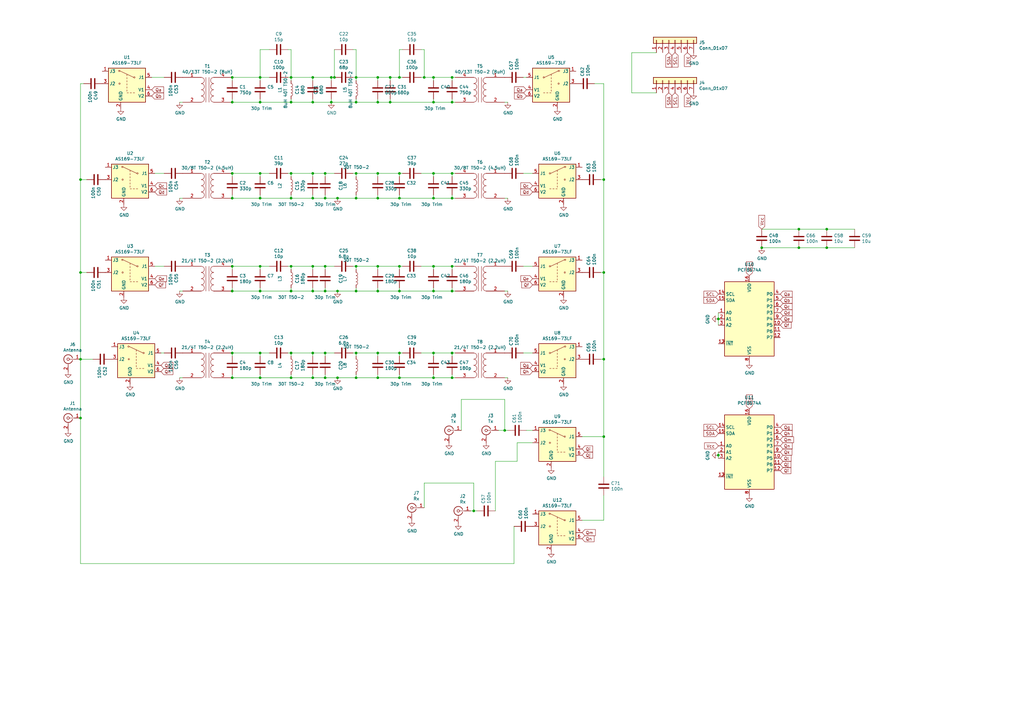
<source format=kicad_sch>
(kicad_sch (version 20211123) (generator eeschema)
  (paper "A3")
  (junction (at 154.94 154.94))
  (junction (at 312.42 101.6))
  (junction (at 138.43 81.28))
  (junction (at 154.94 71.12))
  (junction (at 146.05 31.75))
  (junction (at 154.94 119.38))
  (junction (at 207.01 176.53))
  (junction (at 133.35 71.12))
  (junction (at 177.8 71.12))
  (junction (at 119.38 71.12))
  (junction (at 119.38 41.91))
  (junction (at 133.35 119.38))
  (junction (at 106.68 154.94))
  (junction (at 173.99 31.75))
  (junction (at 154.94 144.78))
  (junction (at 128.27 31.75))
  (junction (at 106.68 81.28))
  (junction (at 128.27 81.28))
  (junction (at 294.64 186.69))
  (junction (at 106.68 41.91))
  (junction (at 33.02 111.76))
  (junction (at 154.94 31.75))
  (junction (at 95.25 109.22))
  (junction (at 163.83 154.94))
  (junction (at 95.25 119.38))
  (junction (at 163.83 71.12))
  (junction (at 128.27 41.91))
  (junction (at 146.05 144.78))
  (junction (at 177.8 31.75))
  (junction (at 95.25 41.91))
  (junction (at 133.35 144.78))
  (junction (at 33.02 73.66))
  (junction (at 146.05 109.22))
  (junction (at 185.42 144.78))
  (junction (at 128.27 154.94))
  (junction (at 106.68 144.78))
  (junction (at 106.68 71.12))
  (junction (at 327.66 93.98))
  (junction (at 119.38 109.22))
  (junction (at 154.94 81.28))
  (junction (at 177.8 144.78))
  (junction (at 119.38 31.75))
  (junction (at 95.25 144.78))
  (junction (at 128.27 109.22))
  (junction (at 119.38 144.78))
  (junction (at 339.09 101.6))
  (junction (at 194.31 209.55))
  (junction (at 163.83 109.22))
  (junction (at 154.94 41.91))
  (junction (at 33.02 171.45))
  (junction (at 177.8 81.28))
  (junction (at 146.05 81.28))
  (junction (at 146.05 41.91))
  (junction (at 177.8 154.94))
  (junction (at 106.68 119.38))
  (junction (at 185.42 119.38))
  (junction (at 95.25 81.28))
  (junction (at 128.27 71.12))
  (junction (at 163.83 31.75))
  (junction (at 138.43 119.38))
  (junction (at 95.25 71.12))
  (junction (at 128.27 144.78))
  (junction (at 339.09 93.98))
  (junction (at 146.05 154.94))
  (junction (at 133.35 109.22))
  (junction (at 247.65 147.32))
  (junction (at 185.42 154.94))
  (junction (at 247.65 179.07))
  (junction (at 177.8 119.38))
  (junction (at 106.68 109.22))
  (junction (at 128.27 119.38))
  (junction (at 185.42 81.28))
  (junction (at 247.65 73.66))
  (junction (at 106.68 31.75))
  (junction (at 185.42 41.91))
  (junction (at 247.65 111.76))
  (junction (at 119.38 81.28))
  (junction (at 177.8 109.22))
  (junction (at 135.89 31.75))
  (junction (at 160.02 41.91))
  (junction (at 137.16 31.75))
  (junction (at 133.35 154.94))
  (junction (at 95.25 31.75))
  (junction (at 135.89 41.91))
  (junction (at 163.83 119.38))
  (junction (at 160.02 31.75))
  (junction (at 95.25 154.94))
  (junction (at 185.42 71.12))
  (junction (at 146.05 71.12))
  (junction (at 177.8 41.91))
  (junction (at 119.38 119.38))
  (junction (at 138.43 154.94))
  (junction (at 146.05 119.38))
  (junction (at 119.38 154.94))
  (junction (at 154.94 109.22))
  (junction (at 185.42 31.75))
  (junction (at 33.02 147.32))
  (junction (at 163.83 144.78))
  (junction (at 133.35 81.28))
  (junction (at 163.83 81.28))
  (junction (at 294.64 130.81))
  (junction (at 327.66 101.6))
  (junction (at 185.42 109.22))
  (wire (pts (xy 133.35 81.28) (xy 133.35 80.01)))
  (wire (pts (xy 146.05 31.75) (xy 146.05 33.02)))
  (wire (pts (xy 154.94 144.78) (xy 163.83 144.78)))
  (wire (pts (xy 146.05 109.22) (xy 154.94 109.22)))
  (wire (pts (xy 128.27 144.78) (xy 128.27 146.05)))
  (wire (pts (xy 154.94 41.91) (xy 154.94 40.64)))
  (wire (pts (xy 119.38 71.12) (xy 128.27 71.12)))
  (wire (pts (xy 294.64 130.81) (xy 294.64 133.35)))
  (wire (pts (xy 137.16 71.12) (xy 133.35 71.12)))
  (wire (pts (xy 172.72 71.12) (xy 177.8 71.12)))
  (wire (pts (xy 137.16 109.22) (xy 133.35 109.22)))
  (wire (pts (xy 163.83 119.38) (xy 177.8 119.38)))
  (wire (pts (xy 35.56 111.76) (xy 33.02 111.76)))
  (wire (pts (xy 33.02 147.32) (xy 33.02 171.45)))
  (wire (pts (xy 177.8 31.75) (xy 185.42 31.75)))
  (wire (pts (xy 119.38 20.32) (xy 119.38 31.75)))
  (wire (pts (xy 165.1 144.78) (xy 163.83 144.78)))
  (wire (pts (xy 173.99 208.28) (xy 173.99 198.12)))
  (wire (pts (xy 160.02 33.02) (xy 160.02 31.75)))
  (wire (pts (xy 207.01 163.83) (xy 207.01 176.53)))
  (wire (pts (xy 128.27 31.75) (xy 128.27 33.02)))
  (wire (pts (xy 247.65 213.36) (xy 238.76 213.36)))
  (wire (pts (xy 138.43 154.94) (xy 146.05 154.94)))
  (wire (pts (xy 154.94 119.38) (xy 163.83 119.38)))
  (wire (pts (xy 33.02 231.14) (xy 33.02 171.45)))
  (wire (pts (xy 177.8 109.22) (xy 185.42 109.22)))
  (wire (pts (xy 67.31 31.75) (xy 62.23 31.75)))
  (wire (pts (xy 106.68 31.75) (xy 110.49 31.75)))
  (wire (pts (xy 106.68 154.94) (xy 106.68 153.67)))
  (wire (pts (xy 128.27 119.38) (xy 128.27 118.11)))
  (wire (pts (xy 207.01 119.38) (xy 208.28 119.38)))
  (wire (pts (xy 185.42 109.22) (xy 186.69 109.22)))
  (wire (pts (xy 119.38 119.38) (xy 119.38 118.11)))
  (wire (pts (xy 163.83 144.78) (xy 163.83 146.05)))
  (wire (pts (xy 189.23 176.53) (xy 189.23 163.83)))
  (wire (pts (xy 95.25 81.28) (xy 106.68 81.28)))
  (wire (pts (xy 163.83 119.38) (xy 163.83 118.11)))
  (wire (pts (xy 146.05 154.94) (xy 154.94 154.94)))
  (wire (pts (xy 173.99 20.32) (xy 172.72 20.32)))
  (wire (pts (xy 247.65 34.29) (xy 247.65 73.66)))
  (wire (pts (xy 146.05 81.28) (xy 154.94 81.28)))
  (wire (pts (xy 163.83 154.94) (xy 163.83 153.67)))
  (wire (pts (xy 106.68 31.75) (xy 106.68 33.02)))
  (wire (pts (xy 165.1 31.75) (xy 163.83 31.75)))
  (wire (pts (xy 95.25 146.05) (xy 95.25 144.78)))
  (wire (pts (xy 146.05 20.32) (xy 146.05 31.75)))
  (wire (pts (xy 177.8 81.28) (xy 177.8 80.01)))
  (wire (pts (xy 128.27 71.12) (xy 133.35 71.12)))
  (wire (pts (xy 146.05 109.22) (xy 146.05 110.49)))
  (wire (pts (xy 163.83 20.32) (xy 163.83 31.75)))
  (wire (pts (xy 194.31 209.55) (xy 195.58 209.55)))
  (wire (pts (xy 210.82 215.9) (xy 210.82 231.14)))
  (wire (pts (xy 133.35 144.78) (xy 133.35 146.05)))
  (wire (pts (xy 95.25 33.02) (xy 95.25 31.75)))
  (wire (pts (xy 247.65 203.2) (xy 247.65 213.36)))
  (wire (pts (xy 214.63 71.12) (xy 218.44 71.12)))
  (wire (pts (xy 154.94 41.91) (xy 160.02 41.91)))
  (wire (pts (xy 154.94 31.75) (xy 154.94 33.02)))
  (wire (pts (xy 160.02 40.64) (xy 160.02 41.91)))
  (wire (pts (xy 95.25 154.94) (xy 95.25 153.67)))
  (wire (pts (xy 128.27 31.75) (xy 135.89 31.75)))
  (wire (pts (xy 269.24 21.59) (xy 259.08 21.59)))
  (wire (pts (xy 118.11 109.22) (xy 119.38 109.22)))
  (wire (pts (xy 214.63 31.75) (xy 215.9 31.75)))
  (wire (pts (xy 165.1 71.12) (xy 163.83 71.12)))
  (wire (pts (xy 173.99 31.75) (xy 177.8 31.75)))
  (wire (pts (xy 203.2 209.55) (xy 203.2 189.23)))
  (wire (pts (xy 154.94 71.12) (xy 163.83 71.12)))
  (wire (pts (xy 73.66 119.38) (xy 74.93 119.38)))
  (wire (pts (xy 185.42 41.91) (xy 185.42 40.64)))
  (wire (pts (xy 73.66 41.91) (xy 74.93 41.91)))
  (wire (pts (xy 118.11 31.75) (xy 119.38 31.75)))
  (wire (pts (xy 294.64 128.27) (xy 294.64 130.81)))
  (wire (pts (xy 106.68 71.12) (xy 106.68 72.39)))
  (wire (pts (xy 185.42 109.22) (xy 185.42 110.49)))
  (wire (pts (xy 207.01 41.91) (xy 208.28 41.91)))
  (wire (pts (xy 118.11 144.78) (xy 119.38 144.78)))
  (wire (pts (xy 339.09 101.6) (xy 350.52 101.6)))
  (wire (pts (xy 154.94 119.38) (xy 154.94 118.11)))
  (wire (pts (xy 106.68 41.91) (xy 106.68 40.64)))
  (wire (pts (xy 119.38 109.22) (xy 128.27 109.22)))
  (wire (pts (xy 119.38 154.94) (xy 128.27 154.94)))
  (wire (pts (xy 95.25 119.38) (xy 95.25 118.11)))
  (wire (pts (xy 144.78 144.78) (xy 146.05 144.78)))
  (wire (pts (xy 185.42 154.94) (xy 185.42 153.67)))
  (wire (pts (xy 177.8 71.12) (xy 177.8 72.39)))
  (wire (pts (xy 146.05 71.12) (xy 146.05 72.39)))
  (wire (pts (xy 173.99 20.32) (xy 173.99 31.75)))
  (wire (pts (xy 294.64 185.42) (xy 294.64 186.69)))
  (wire (pts (xy 38.1 147.32) (xy 33.02 147.32)))
  (wire (pts (xy 119.38 41.91) (xy 119.38 40.64)))
  (wire (pts (xy 133.35 119.38) (xy 138.43 119.38)))
  (wire (pts (xy 163.83 154.94) (xy 177.8 154.94)))
  (wire (pts (xy 106.68 154.94) (xy 119.38 154.94)))
  (wire (pts (xy 133.35 154.94) (xy 138.43 154.94)))
  (wire (pts (xy 144.78 20.32) (xy 146.05 20.32)))
  (wire (pts (xy 154.94 31.75) (xy 160.02 31.75)))
  (wire (pts (xy 128.27 154.94) (xy 133.35 154.94)))
  (wire (pts (xy 133.35 71.12) (xy 133.35 72.39)))
  (wire (pts (xy 119.38 33.02) (xy 119.38 31.75)))
  (wire (pts (xy 95.25 81.28) (xy 95.25 80.01)))
  (wire (pts (xy 327.66 93.98) (xy 339.09 93.98)))
  (wire (pts (xy 119.38 110.49) (xy 119.38 109.22)))
  (wire (pts (xy 128.27 41.91) (xy 135.89 41.91)))
  (wire (pts (xy 119.38 20.32) (xy 118.11 20.32)))
  (wire (pts (xy 138.43 81.28) (xy 146.05 81.28)))
  (wire (pts (xy 128.27 71.12) (xy 128.27 72.39)))
  (wire (pts (xy 212.09 181.61) (xy 212.09 189.23)))
  (wire (pts (xy 95.25 41.91) (xy 95.25 40.64)))
  (wire (pts (xy 185.42 119.38) (xy 185.42 118.11)))
  (wire (pts (xy 160.02 41.91) (xy 177.8 41.91)))
  (wire (pts (xy 218.44 181.61) (xy 212.09 181.61)))
  (wire (pts (xy 163.83 81.28) (xy 163.83 80.01)))
  (wire (pts (xy 106.68 81.28) (xy 119.38 81.28)))
  (wire (pts (xy 146.05 153.67) (xy 146.05 154.94)))
  (wire (pts (xy 33.02 34.29) (xy 34.29 34.29)))
  (wire (pts (xy 154.94 109.22) (xy 163.83 109.22)))
  (wire (pts (xy 177.8 154.94) (xy 185.42 154.94)))
  (wire (pts (xy 177.8 41.91) (xy 177.8 40.64)))
  (wire (pts (xy 177.8 41.91) (xy 185.42 41.91)))
  (wire (pts (xy 106.68 71.12) (xy 110.49 71.12)))
  (wire (pts (xy 154.94 144.78) (xy 154.94 146.05)))
  (wire (pts (xy 177.8 81.28) (xy 185.42 81.28)))
  (wire (pts (xy 106.68 119.38) (xy 106.68 118.11)))
  (wire (pts (xy 95.25 144.78) (xy 106.68 144.78)))
  (wire (pts (xy 119.38 72.39) (xy 119.38 71.12)))
  (wire (pts (xy 193.04 209.55) (xy 194.31 209.55)))
  (wire (pts (xy 172.72 109.22) (xy 177.8 109.22)))
  (wire (pts (xy 327.66 101.6) (xy 312.42 101.6)))
  (wire (pts (xy 146.05 118.11) (xy 146.05 119.38)))
  (wire (pts (xy 135.89 40.64) (xy 135.89 41.91)))
  (wire (pts (xy 95.25 110.49) (xy 95.25 109.22)))
  (wire (pts (xy 154.94 109.22) (xy 154.94 110.49)))
  (wire (pts (xy 95.25 41.91) (xy 106.68 41.91)))
  (wire (pts (xy 185.42 144.78) (xy 186.69 144.78)))
  (wire (pts (xy 185.42 31.75) (xy 185.42 33.02)))
  (wire (pts (xy 138.43 119.38) (xy 146.05 119.38)))
  (wire (pts (xy 144.78 109.22) (xy 146.05 109.22)))
  (wire (pts (xy 259.08 21.59) (xy 259.08 38.1)))
  (wire (pts (xy 119.38 41.91) (xy 128.27 41.91)))
  (wire (pts (xy 185.42 154.94) (xy 186.69 154.94)))
  (wire (pts (xy 119.38 81.28) (xy 128.27 81.28)))
  (wire (pts (xy 294.64 186.69) (xy 294.64 187.96)))
  (wire (pts (xy 146.05 144.78) (xy 154.94 144.78)))
  (wire (pts (xy 128.27 109.22) (xy 133.35 109.22)))
  (wire (pts (xy 215.9 176.53) (xy 218.44 176.53)))
  (wire (pts (xy 33.02 111.76) (xy 33.02 147.32)))
  (wire (pts (xy 154.94 81.28) (xy 163.83 81.28)))
  (wire (pts (xy 119.38 154.94) (xy 119.38 153.67)))
  (wire (pts (xy 177.8 71.12) (xy 185.42 71.12)))
  (wire (pts (xy 133.35 154.94) (xy 133.35 153.67)))
  (wire (pts (xy 163.83 109.22) (xy 163.83 110.49)))
  (wire (pts (xy 177.8 144.78) (xy 177.8 146.05)))
  (wire (pts (xy 33.02 34.29) (xy 33.02 73.66)))
  (wire (pts (xy 33.02 231.14) (xy 210.82 231.14)))
  (wire (pts (xy 154.94 71.12) (xy 154.94 72.39)))
  (wire (pts (xy 144.78 31.75) (xy 146.05 31.75)))
  (wire (pts (xy 119.38 119.38) (xy 128.27 119.38)))
  (wire (pts (xy 177.8 31.75) (xy 177.8 33.02)))
  (wire (pts (xy 118.11 71.12) (xy 119.38 71.12)))
  (wire (pts (xy 207.01 154.94) (xy 208.28 154.94)))
  (wire (pts (xy 185.42 81.28) (xy 186.69 81.28)))
  (wire (pts (xy 106.68 109.22) (xy 110.49 109.22)))
  (wire (pts (xy 73.66 154.94) (xy 74.93 154.94)))
  (wire (pts (xy 106.68 144.78) (xy 110.49 144.78)))
  (wire (pts (xy 133.35 81.28) (xy 138.43 81.28)))
  (wire (pts (xy 243.84 34.29) (xy 247.65 34.29)))
  (wire (pts (xy 128.27 81.28) (xy 128.27 80.01)))
  (wire (pts (xy 154.94 154.94) (xy 163.83 154.94)))
  (wire (pts (xy 73.66 81.28) (xy 74.93 81.28)))
  (wire (pts (xy 106.68 20.32) (xy 106.68 31.75)))
  (wire (pts (xy 67.31 144.78) (xy 66.04 144.78)))
  (wire (pts (xy 327.66 101.6) (xy 339.09 101.6)))
  (wire (pts (xy 165.1 109.22) (xy 163.83 109.22)))
  (wire (pts (xy 207.01 81.28) (xy 208.28 81.28)))
  (wire (pts (xy 146.05 41.91) (xy 154.94 41.91)))
  (wire (pts (xy 185.42 144.78) (xy 185.42 146.05)))
  (wire (pts (xy 133.35 109.22) (xy 133.35 110.49)))
  (wire (pts (xy 247.65 111.76) (xy 247.65 147.32)))
  (wire (pts (xy 214.63 144.78) (xy 218.44 144.78)))
  (wire (pts (xy 177.8 144.78) (xy 185.42 144.78)))
  (wire (pts (xy 185.42 31.75) (xy 186.69 31.75)))
  (wire (pts (xy 95.25 119.38) (xy 106.68 119.38)))
  (wire (pts (xy 259.08 38.1) (xy 269.24 38.1)))
  (wire (pts (xy 144.78 71.12) (xy 146.05 71.12)))
  (wire (pts (xy 172.72 31.75) (xy 173.99 31.75)))
  (wire (pts (xy 119.38 144.78) (xy 128.27 144.78)))
  (wire (pts (xy 67.31 109.22) (xy 63.5 109.22)))
  (wire (pts (xy 214.63 109.22) (xy 218.44 109.22)))
  (wire (pts (xy 163.83 81.28) (xy 177.8 81.28)))
  (wire (pts (xy 339.09 93.98) (xy 350.52 93.98)))
  (wire (pts (xy 119.38 31.75) (xy 128.27 31.75)))
  (wire (pts (xy 106.68 20.32) (xy 110.49 20.32)))
  (wire (pts (xy 119.38 146.05) (xy 119.38 144.78)))
  (wire (pts (xy 119.38 81.28) (xy 119.38 80.01)))
  (wire (pts (xy 208.28 176.53) (xy 207.01 176.53)))
  (wire (pts (xy 135.89 41.91) (xy 146.05 41.91)))
  (wire (pts (xy 106.68 41.91) (xy 119.38 41.91)))
  (wire (pts (xy 172.72 144.78) (xy 177.8 144.78)))
  (wire (pts (xy 128.27 154.94) (xy 128.27 153.67)))
  (wire (pts (xy 177.8 119.38) (xy 185.42 119.38)))
  (wire (pts (xy 146.05 80.01) (xy 146.05 81.28)))
  (wire (pts (xy 128.27 109.22) (xy 128.27 110.49)))
  (wire (pts (xy 177.8 154.94) (xy 177.8 153.67)))
  (wire (pts (xy 163.83 71.12) (xy 163.83 72.39)))
  (wire (pts (xy 128.27 41.91) (xy 128.27 40.64)))
  (wire (pts (xy 128.27 144.78) (xy 133.35 144.78)))
  (wire (pts (xy 135.89 31.75) (xy 135.89 33.02)))
  (wire (pts (xy 203.2 189.23) (xy 212.09 189.23)))
  (wire (pts (xy 185.42 119.38) (xy 186.69 119.38)))
  (wire (pts (xy 177.8 119.38) (xy 177.8 118.11)))
  (wire (pts (xy 95.25 72.39) (xy 95.25 71.12)))
  (wire (pts (xy 137.16 20.32) (xy 137.16 31.75)))
  (wire (pts (xy 95.25 31.75) (xy 106.68 31.75)))
  (wire (pts (xy 146.05 40.64) (xy 146.05 41.91)))
  (wire (pts (xy 95.25 71.12) (xy 106.68 71.12)))
  (wire (pts (xy 185.42 41.91) (xy 186.69 41.91)))
  (wire (pts (xy 137.16 144.78) (xy 133.35 144.78)))
  (wire (pts (xy 247.65 147.32) (xy 247.65 179.07)))
  (wire (pts (xy 246.38 147.32) (xy 247.65 147.32)))
  (wire (pts (xy 35.56 73.66) (xy 33.02 73.66)))
  (wire (pts (xy 247.65 73.66) (xy 247.65 111.76)))
  (wire (pts (xy 185.42 71.12) (xy 186.69 71.12)))
  (wire (pts (xy 106.68 119.38) (xy 119.38 119.38)))
  (wire (pts (xy 185.42 71.12) (xy 185.42 72.39)))
  (wire (pts (xy 128.27 81.28) (xy 133.35 81.28)))
  (wire (pts (xy 128.27 119.38) (xy 133.35 119.38)))
  (wire (pts (xy 146.05 71.12) (xy 154.94 71.12)))
  (wire (pts (xy 146.05 119.38) (xy 154.94 119.38)))
  (wire (pts (xy 106.68 144.78) (xy 106.68 146.05)))
  (wire (pts (xy 185.42 81.28) (xy 185.42 80.01)))
  (wire (pts (xy 154.94 81.28) (xy 154.94 80.01)))
  (wire (pts (xy 327.66 93.98) (xy 312.42 93.98)))
  (wire (pts (xy 194.31 198.12) (xy 194.31 209.55)))
  (wire (pts (xy 246.38 73.66) (xy 247.65 73.66)))
  (wire (pts (xy 177.8 109.22) (xy 177.8 110.49)))
  (wire (pts (xy 246.38 111.76) (xy 247.65 111.76)))
  (wire (pts (xy 247.65 179.07) (xy 247.65 195.58)))
  (wire (pts (xy 106.68 81.28) (xy 106.68 80.01)))
  (wire (pts (xy 106.68 109.22) (xy 106.68 110.49)))
  (wire (pts (xy 146.05 144.78) (xy 146.05 146.05)))
  (wire (pts (xy 207.01 176.53) (xy 204.47 176.53)))
  (wire (pts (xy 247.65 179.07) (xy 238.76 179.07)))
  (wire (pts (xy 173.99 198.12) (xy 194.31 198.12)))
  (wire (pts (xy 67.31 71.12) (xy 63.5 71.12)))
  (wire (pts (xy 135.89 31.75) (xy 137.16 31.75)))
  (wire (pts (xy 160.02 31.75) (xy 163.83 31.75)))
  (wire (pts (xy 154.94 154.94) (xy 154.94 153.67)))
  (wire (pts (xy 95.25 109.22) (xy 106.68 109.22)))
  (wire (pts (xy 133.35 119.38) (xy 133.35 118.11)))
  (wire (pts (xy 33.02 73.66) (xy 33.02 111.76)))
  (wire (pts (xy 189.23 163.83) (xy 207.01 163.83)))
  (wire (pts (xy 95.25 154.94) (xy 106.68 154.94)))
  (wire (pts (xy 146.05 31.75) (xy 154.94 31.75)))
  (wire (pts (xy 163.83 20.32) (xy 165.1 20.32)))
  (global_label "Qf" (shape input) (at 320.04 133.35 0) (property "Intersheet References" "${INTERSHEET_REFS}" (effects hide)))
  (global_label "SDA" (shape input) (at 274.32 38.1 270) (property "Intersheet References" "${INTERSHEET_REFS}" (effects hide)))
  (global_label "Qe" (shape input) (at 320.04 130.81 0) (property "Intersheet References" "${INTERSHEET_REFS}" (effects hide)))
  (global_label "Qb" (shape input) (at 62.23 39.37 0) (property "Intersheet References" "${INTERSHEET_REFS}" (effects hide)))
  (global_label "Qe" (shape input) (at 218.44 114.3 180) (property "Intersheet References" "${INTERSHEET_REFS}" (effects hide)))
  (global_label "Qc" (shape input) (at 63.5 76.2 0) (property "Intersheet References" "${INTERSHEET_REFS}" (effects hide)))
  (global_label "SDA" (shape input) (at 274.32 21.59 270) (property "Intersheet References" "${INTERSHEET_REFS}" (effects hide)))
  (global_label "Qd" (shape input) (at 218.44 78.74 180) (property "Intersheet References" "${INTERSHEET_REFS}" (effects hide)))
  (global_label "Qf" (shape input) (at 218.44 116.84 180) (property "Intersheet References" "${INTERSHEET_REFS}" (effects hide)))
  (global_label "Vcc" (shape input) (at 294.64 182.88 180) (property "Intersheet References" "${INTERSHEET_REFS}" (effects hide)))
  (global_label "Qa" (shape input) (at 215.9 36.83 180) (property "Intersheet References" "${INTERSHEET_REFS}" (effects hide)))
  (global_label "Qi" (shape input) (at 238.76 184.15 0) (property "Intersheet References" "${INTERSHEET_REFS}" (effects hide)))
  (global_label "Qk" (shape input) (at 320.04 185.42 0) (property "Intersheet References" "${INTERSHEET_REFS}" (effects hide)))
  (global_label "Qd" (shape input) (at 320.04 128.27 0) (property "Intersheet References" "${INTERSHEET_REFS}" (effects hide)))
  (global_label "SDA" (shape input) (at 294.64 123.19 180) (property "Intersheet References" "${INTERSHEET_REFS}" (effects hide)))
  (global_label "Qm" (shape input) (at 320.04 180.34 0) (property "Intersheet References" "${INTERSHEET_REFS}" (effects hide)))
  (global_label "Qh" (shape input) (at 218.44 152.4 180) (property "Intersheet References" "${INTERSHEET_REFS}" (effects hide)))
  (global_label "Vcc" (shape input) (at 281.94 21.59 270) (property "Intersheet References" "${INTERSHEET_REFS}" (effects hide)))
  (global_label "Qg" (shape input) (at 66.04 149.86 0) (property "Intersheet References" "${INTERSHEET_REFS}" (effects hide)))
  (global_label "Qf" (shape input) (at 63.5 116.84 0) (property "Intersheet References" "${INTERSHEET_REFS}" (effects hide)))
  (global_label "SCL" (shape input) (at 276.86 38.1 270) (property "Intersheet References" "${INTERSHEET_REFS}" (effects hide)))
  (global_label "Vcc" (shape input) (at 307.34 167.64 90) (property "Intersheet References" "${INTERSHEET_REFS}" (effects hide)))
  (global_label "Qi" (shape input) (at 320.04 193.04 0) (property "Intersheet References" "${INTERSHEET_REFS}" (effects hide)))
  (global_label "SCL" (shape input) (at 276.86 21.59 270) (property "Intersheet References" "${INTERSHEET_REFS}" (effects hide)))
  (global_label "Qh" (shape input) (at 66.04 152.4 0) (property "Intersheet References" "${INTERSHEET_REFS}" (effects hide)))
  (global_label "Qa" (shape input) (at 320.04 120.65 0) (property "Intersheet References" "${INTERSHEET_REFS}" (effects hide)))
  (global_label "Vcc" (shape input) (at 281.94 38.1 270) (property "Intersheet References" "${INTERSHEET_REFS}" (effects hide)))
  (global_label "SCL" (shape input) (at 294.64 120.65 180) (property "Intersheet References" "${INTERSHEET_REFS}" (effects hide)))
  (global_label "Qa" (shape input) (at 62.23 36.83 0) (property "Intersheet References" "${INTERSHEET_REFS}" (effects hide)))
  (global_label "Qc" (shape input) (at 320.04 125.73 0) (property "Intersheet References" "${INTERSHEET_REFS}" (effects hide)))
  (global_label "SCL" (shape input) (at 294.64 175.26 180) (property "Intersheet References" "${INTERSHEET_REFS}" (effects hide)))
  (global_label "SDA" (shape input) (at 294.64 177.8 180) (property "Intersheet References" "${INTERSHEET_REFS}" (effects hide)))
  (global_label "Qe" (shape input) (at 63.5 114.3 0) (property "Intersheet References" "${INTERSHEET_REFS}" (effects hide)))
  (global_label "Qn" (shape input) (at 320.04 182.88 0) (property "Intersheet References" "${INTERSHEET_REFS}" (effects hide)))
  (global_label "Ql" (shape input) (at 320.04 187.96 0) (property "Intersheet References" "${INTERSHEET_REFS}" (effects hide)))
  (global_label "Vcc" (shape input) (at 307.34 113.03 90) (property "Intersheet References" "${INTERSHEET_REFS}" (effects hide)))
  (global_label "Vcc" (shape input) (at 312.42 93.98 90) (property "Intersheet References" "${INTERSHEET_REFS}" (effects hide)))
  (global_label "Qc" (shape input) (at 218.44 76.2 180) (property "Intersheet References" "${INTERSHEET_REFS}" (effects hide)))
  (global_label "Qg" (shape input) (at 320.04 175.26 0) (property "Intersheet References" "${INTERSHEET_REFS}" (effects hide)))
  (global_label "Qb" (shape input) (at 215.9 39.37 180) (property "Intersheet References" "${INTERSHEET_REFS}" (effects hide)))
  (global_label "Qj" (shape input) (at 320.04 190.5 0) (property "Intersheet References" "${INTERSHEET_REFS}" (effects hide)))
  (global_label "Qn" (shape input) (at 238.76 220.98 0) (property "Intersheet References" "${INTERSHEET_REFS}" (effects hide)))
  (global_label "Qh" (shape input) (at 320.04 177.8 0) (property "Intersheet References" "${INTERSHEET_REFS}" (effects hide)))
  (global_label "Qg" (shape input) (at 218.44 149.86 180) (property "Intersheet References" "${INTERSHEET_REFS}" (effects hide)))
  (global_label "Qd" (shape input) (at 63.5 78.74 0) (property "Intersheet References" "${INTERSHEET_REFS}" (effects hide)))
  (global_label "Qb" (shape input) (at 320.04 123.19 0) (property "Intersheet References" "${INTERSHEET_REFS}" (effects hide)))
  (global_label "Qj" (shape input) (at 238.76 186.69 0) (property "Intersheet References" "${INTERSHEET_REFS}" (effects hide)))
  (global_label "Qm" (shape input) (at 238.76 218.44 0) (property "Intersheet References" "${INTERSHEET_REFS}" (effects hide)))
  (symbol (lib_id "Device:C") (at 114.3 31.75 270) (unit 1)
    (property "Reference" "C10" (at 114.3 25.3492 90))
    (property "Value" "100p" (at 114.3 27.6606 90))
    (property "Footprint" "Capacitor_SMD:C_0805_2012Metric_Pad1.15x1.40mm_HandSolder" (effects hide))
  )
  (symbol (lib_id "Device:L") (at 119.38 36.83 0) (unit 1)
    (property "Reference" "L1" (at 114.7826 36.83 90))
    (property "Value" "8uH 40T T50-2" (at 117.094 36.83 90))
    (property "Footprint" "Transformer_THT:Transformer_Toroid_Horizontal_D14.0mm_Amidon-T50" (effects hide))
  )
  (symbol (lib_id "Device:C") (at 140.97 31.75 270) (unit 1)
    (property "Reference" "C23" (at 140.97 25.3492 90))
    (property "Value" "68p" (at 140.97 27.6606 90))
    (property "Footprint" "Capacitor_SMD:C_0805_2012Metric_Pad1.15x1.40mm_HandSolder" (effects hide))
  )
  (symbol (lib_id "Device:C") (at 95.25 36.83 180) (unit 1)
    (property "Reference" "C1" (at 98.171 35.6616 0) (effects (justify right)))
    (property "Value" "750p" (at 98.171 37.973 0) (effects (justify right)))
    (property "Footprint" "Capacitor_SMD:C_0805_2012Metric_Pad1.15x1.40mm_HandSolder" (effects hide))
  )
  (symbol (lib_id "Device:C") (at 154.94 36.83 180) (unit 1)
    (property "Reference" "C27" (at 157.861 35.6616 0) (effects (justify right)))
    (property "Value" "680p" (at 157.861 37.973 0) (effects (justify right)))
    (property "Footprint" "Capacitor_SMD:C_0805_2012Metric_Pad1.15x1.40mm_HandSolder" (effects hide))
  )
  (symbol (lib_id "Device:L") (at 146.05 36.83 0) (unit 1)
    (property "Reference" "L5" (at 141.4526 36.83 90))
    (property "Value" "8uH 40T T50-2" (at 143.764 36.83 90))
    (property "Footprint" "Transformer_THT:Transformer_Toroid_Horizontal_D14.0mm_Amidon-T50" (effects hide))
  )
  (symbol (lib_id "Device:Transformer_1P_1S") (at 85.09 36.83 0) (unit 1)
    (property "Reference" "T1" (at 85.09 27.1526 0))
    (property "Value" "40/13T T50-2 (8uH)" (at 85.09 29.464 0))
    (property "Footprint" "Transformer_THT:Transformer_Toroid_Horizontal_D14.0mm_Amidon-T50" (effects hide))
  )
  (symbol (lib_id "Device:C") (at 106.68 36.83 180) (unit 1)
    (property "Reference" "C5" (at 109.601 35.6616 0) (effects (justify right)))
    (property "Value" "30p Trim" (at 102.87 44.45 0) (effects (justify right)))
    (property "Footprint" "Capacitor_SMD:C_0805_2012Metric_Pad1.15x1.40mm_HandSolder" (effects hide))
  )
  (symbol (lib_id "Connector_Generic:Conn_01x07") (at 276.86 33.02 90) (unit 1)
    (property "Reference" "J4" (at 286.7152 33.9344 90) (effects (justify right)))
    (property "Value" "Conn_01x07" (at 286.7152 36.2458 90) (effects (justify right)))
    (property "Footprint" "Connector_PinSocket_2.54mm:PinSocket_1x07_P2.54mm_Vertical" (effects hide))
  )
  (symbol (lib_id "Device:C") (at 114.3 20.32 270) (unit 1)
    (property "Reference" "C9" (at 114.3 13.9192 90))
    (property "Value" "15p" (at 114.3 16.2306 90))
    (property "Footprint" "Capacitor_THT:C_Disc_D9.0mm_W5.0mm_P5.00mm" (effects hide))
  )
  (symbol (lib_id "power:GND") (at 307.34 148.59 0) (unit 1)
    (property "Reference" "#PWR027" (effects hide))
    (property "Value" "GND" (at 307.467 152.9842 0))
  )
  (symbol (lib_id "Device:C") (at 128.27 36.83 0) (unit 1)
    (property "Reference" "C14" (at 121.8692 36.83 90))
    (property "Value" "680" (at 124.1806 36.83 90))
    (property "Footprint" "Capacitor_SMD:C_0805_2012Metric_Pad1.15x1.40mm_HandSolder" (effects hide))
  )
  (symbol (lib_id "Device:C") (at 140.97 20.32 270) (unit 1)
    (property "Reference" "C22" (at 140.97 13.9192 90))
    (property "Value" "10p" (at 140.97 16.2306 90))
    (property "Footprint" "Capacitor_THT:C_Disc_D9.0mm_W5.0mm_P5.00mm" (effects hide))
  )
  (symbol (lib_id "Device:Transformer_1P_1S") (at 196.85 36.83 0) (mirror y) (unit 1)
    (property "Reference" "T5" (at 196.85 27.1526 0))
    (property "Value" "40/13T T50-2 (8uH)" (at 196.85 29.464 0))
    (property "Footprint" "Transformer_THT:Transformer_Toroid_Horizontal_D14.0mm_Amidon-T50" (effects hide))
  )
  (symbol (lib_id "Device:C") (at 168.91 31.75 270) (unit 1)
    (property "Reference" "C36" (at 168.91 25.3492 90))
    (property "Value" "100p" (at 168.91 27.6606 90))
    (property "Footprint" "Capacitor_SMD:C_0805_2012Metric_Pad1.15x1.40mm_HandSolder" (effects hide))
  )
  (symbol (lib_id "Device:C") (at 168.91 20.32 270) (unit 1)
    (property "Reference" "C35" (at 168.91 13.9192 90))
    (property "Value" "15p" (at 168.91 16.2306 90))
    (property "Footprint" "Capacitor_THT:C_Disc_D9.0mm_W5.0mm_P5.00mm" (effects hide))
  )
  (symbol (lib_id "Device:C") (at 185.42 36.83 180) (unit 1)
    (property "Reference" "C44" (at 188.341 35.6616 0) (effects (justify right)))
    (property "Value" "750p" (at 188.341 37.973 0) (effects (justify right)))
    (property "Footprint" "Capacitor_SMD:C_0805_2012Metric" (effects hide))
  )
  (symbol (lib_id "Device:C") (at 177.8 36.83 180) (unit 1)
    (property "Reference" "C40" (at 180.721 35.6616 0) (effects (justify right)))
    (property "Value" "30p Trim" (at 173.99 44.45 0) (effects (justify right)))
    (property "Footprint" "Capacitor_SMD:C_0805_2012Metric" (effects hide))
  )
  (symbol (lib_id "Device:C") (at 312.42 97.79 180) (unit 1)
    (property "Reference" "C48" (at 315.341 96.6216 0) (effects (justify right)))
    (property "Value" "100n" (at 315.341 98.933 0) (effects (justify right)))
    (property "Footprint" "Capacitor_SMD:C_1206_3216Metric_Pad1.42x1.75mm_HandSolder" (effects hide))
  )
  (symbol (lib_id "power:GND") (at 312.42 101.6 0) (unit 1)
    (property "Reference" "#PWR028" (effects hide))
    (property "Value" "GND" (at 312.547 105.9942 0))
  )
  (symbol (lib_id "Device:C") (at 114.3 71.12 270) (unit 1)
    (property "Reference" "C11" (at 114.3 64.7192 90))
    (property "Value" "39p" (at 114.3 67.0306 90))
    (property "Footprint" "Capacitor_THT:C_Disc_D9.0mm_W5.0mm_P5.00mm" (effects hide))
  )
  (symbol (lib_id "Device:L") (at 119.38 76.2 0) (unit 1)
    (property "Reference" "L2" (at 114.7826 76.2 90))
    (property "Value" "30T T50-2" (at 119.38 83.82 0))
    (property "Footprint" "Transformer_THT:Transformer_Toroid_Horizontal_D14.0mm_Amidon-T50" (effects hide))
  )
  (symbol (lib_id "Device:C") (at 95.25 76.2 180) (unit 1)
    (property "Reference" "C2" (at 98.171 75.0316 0) (effects (justify right)))
    (property "Value" "330p" (at 98.171 77.343 0) (effects (justify right)))
    (property "Footprint" "Capacitor_SMD:C_0805_2012Metric_Pad1.15x1.40mm_HandSolder" (effects hide))
  )
  (symbol (lib_id "Device:Transformer_1P_1S") (at 85.09 76.2 0) (unit 1)
    (property "Reference" "T2" (at 85.09 66.5226 0))
    (property "Value" "30/8T T50-2 (4.5uH)" (at 85.09 68.834 0))
    (property "Footprint" "Transformer_THT:Transformer_Toroid_Horizontal_D14.0mm_Amidon-T50" (effects hide))
  )
  (symbol (lib_id "Device:C") (at 106.68 76.2 180) (unit 1)
    (property "Reference" "C6" (at 109.601 75.0316 0) (effects (justify right)))
    (property "Value" "30p Trim" (at 102.87 83.82 0) (effects (justify right)))
    (property "Footprint" "Capacitor_SMD:C_0805_2012Metric_Pad1.15x1.40mm_HandSolder" (effects hide))
  )
  (symbol (lib_id "Device:C") (at 128.27 76.2 0) (unit 1)
    (property "Reference" "C15" (at 121.8692 76.2 90))
    (property "Value" "330p" (at 124.1806 76.2 90))
    (property "Footprint" "Capacitor_SMD:C_0805_2012Metric_Pad1.15x1.40mm_HandSolder" (effects hide))
  )
  (symbol (lib_id "Device:C") (at 133.35 76.2 180) (unit 1)
    (property "Reference" "C18" (at 139.7508 76.2 90))
    (property "Value" "30p Trim" (at 133.35 83.82 0))
    (property "Footprint" "Capacitor_SMD:C_0805_2012Metric_Pad1.15x1.40mm_HandSolder" (effects hide))
  )
  (symbol (lib_id "Device:C") (at 163.83 76.2 180) (unit 1)
    (property "Reference" "C32" (at 166.751 75.0316 0) (effects (justify right)))
    (property "Value" "30p Trim" (at 160.02 83.82 0) (effects (justify right)))
    (property "Footprint" "Capacitor_SMD:C_0805_2012Metric_Pad1.15x1.40mm_HandSolder" (effects hide))
  )
  (symbol (lib_id "Device:L") (at 146.05 76.2 0) (unit 1)
    (property "Reference" "L6" (at 141.4526 76.2 90))
    (property "Value" "30T T50-2" (at 146.05 68.58 0))
    (property "Footprint" "Transformer_THT:Transformer_Toroid_Horizontal_D14.0mm_Amidon-T50" (effects hide))
  )
  (symbol (lib_id "Device:C") (at 154.94 76.2 180) (unit 1)
    (property "Reference" "C28" (at 157.861 75.0316 0) (effects (justify right)))
    (property "Value" "330p" (at 157.861 77.343 0) (effects (justify right)))
    (property "Footprint" "Capacitor_SMD:C_0805_2012Metric_Pad1.15x1.40mm_HandSolder" (effects hide))
  )
  (symbol (lib_id "Device:C") (at 140.97 71.12 270) (unit 1)
    (property "Reference" "C24" (at 140.97 64.7192 90))
    (property "Value" "27p" (at 140.97 67.0306 90))
    (property "Footprint" "Capacitor_THT:C_Disc_D9.0mm_W5.0mm_P5.00mm" (effects hide))
  )
  (symbol (lib_id "Device:Transformer_1P_1S") (at 196.85 76.2 0) (mirror y) (unit 1)
    (property "Reference" "T6" (at 196.85 66.5226 0))
    (property "Value" "30/8T T50-2 (4.5uH)" (at 196.85 68.834 0))
    (property "Footprint" "Transformer_THT:Transformer_Toroid_Horizontal_D14.0mm_Amidon-T50" (effects hide))
  )
  (symbol (lib_id "Device:C") (at 168.91 71.12 270) (unit 1)
    (property "Reference" "C37" (at 168.91 64.7192 90))
    (property "Value" "39p" (at 168.91 67.0306 90))
    (property "Footprint" "Capacitor_THT:C_Disc_D9.0mm_W5.0mm_P5.00mm" (effects hide))
  )
  (symbol (lib_id "Device:C") (at 185.42 76.2 180) (unit 1)
    (property "Reference" "C45" (at 188.341 75.0316 0) (effects (justify right)))
    (property "Value" "330p" (at 188.341 77.343 0) (effects (justify right)))
    (property "Footprint" "Capacitor_SMD:C_0805_2012Metric" (effects hide))
  )
  (symbol (lib_id "Device:C") (at 177.8 76.2 180) (unit 1)
    (property "Reference" "C41" (at 180.721 75.0316 0) (effects (justify right)))
    (property "Value" "30p Trim" (at 172.72 83.82 0) (effects (justify right)))
    (property "Footprint" "Capacitor_SMD:C_0805_2012Metric" (effects hide))
  )
  (symbol (lib_id "power:GND") (at 50.8 83.82 0) (unit 1)
    (property "Reference" "#PWR03" (effects hide))
    (property "Value" "GND" (at 50.927 88.2142 0))
  )
  (symbol (lib_id "power:GND") (at 49.53 44.45 0) (unit 1)
    (property "Reference" "#PWR02" (effects hide))
    (property "Value" "GND" (at 49.657 48.8442 0))
  )
  (symbol (lib_id "power:GND") (at 50.8 121.92 0) (unit 1)
    (property "Reference" "#PWR04" (effects hide))
    (property "Value" "GND" (at 50.927 126.3142 0))
  )
  (symbol (lib_id "Device:C") (at 114.3 109.22 270) (unit 1)
    (property "Reference" "C12" (at 114.3 102.8192 90))
    (property "Value" "10p" (at 114.3 105.1306 90))
    (property "Footprint" "Capacitor_THT:C_Disc_D9.0mm_W5.0mm_P5.00mm" (effects hide))
  )
  (symbol (lib_id "Device:L") (at 119.38 114.3 0) (unit 1)
    (property "Reference" "L3" (at 114.7826 114.3 90))
    (property "Value" "30T T50-2" (at 119.38 121.92 0))
    (property "Footprint" "Transformer_THT:Transformer_Toroid_Horizontal_D14.0mm_Amidon-T50" (effects hide))
  )
  (symbol (lib_id "Device:C") (at 95.25 114.3 180) (unit 1)
    (property "Reference" "C3" (at 98.171 113.1316 0) (effects (justify right)))
    (property "Value" "180p" (at 98.171 115.443 0) (effects (justify right)))
    (property "Footprint" "Capacitor_SMD:C_0805_2012Metric_Pad1.15x1.40mm_HandSolder" (effects hide))
  )
  (symbol (lib_id "Device:Transformer_1P_1S") (at 85.09 114.3 0) (unit 1)
    (property "Reference" "T3" (at 85.09 104.6226 0))
    (property "Value" "21/4T T50-2 (2.2uH)" (at 85.09 106.934 0))
    (property "Footprint" "Transformer_THT:Transformer_Toroid_Horizontal_D14.0mm_Amidon-T50" (effects hide))
  )
  (symbol (lib_id "Device:C") (at 106.68 114.3 180) (unit 1)
    (property "Reference" "C7" (at 109.601 113.1316 0) (effects (justify right)))
    (property "Value" "30p Trim" (at 102.87 121.92 0) (effects (justify right)))
    (property "Footprint" "Capacitor_SMD:C_0805_2012Metric_Pad1.15x1.40mm_HandSolder" (effects hide))
  )
  (symbol (lib_id "Device:C") (at 128.27 114.3 0) (unit 1)
    (property "Reference" "C16" (at 121.8692 114.3 90))
    (property "Value" "180p" (at 124.1806 114.3 90))
    (property "Footprint" "Capacitor_SMD:C_0805_2012Metric_Pad1.15x1.40mm_HandSolder" (effects hide))
  )
  (symbol (lib_id "Device:C") (at 133.35 114.3 180) (unit 1)
    (property "Reference" "C19" (at 139.7508 114.3 90))
    (property "Value" "30p Trim" (at 133.35 121.92 0))
    (property "Footprint" "Capacitor_SMD:C_0805_2012Metric_Pad1.15x1.40mm_HandSolder" (effects hide))
  )
  (symbol (lib_id "Device:C") (at 163.83 114.3 180) (unit 1)
    (property "Reference" "C33" (at 166.751 113.1316 0) (effects (justify right)))
    (property "Value" "30p Trim" (at 160.02 121.92 0) (effects (justify right)))
    (property "Footprint" "Capacitor_SMD:C_0805_2012Metric_Pad1.15x1.40mm_HandSolder" (effects hide))
  )
  (symbol (lib_id "Device:L") (at 146.05 114.3 0) (unit 1)
    (property "Reference" "L7" (at 141.4526 114.3 90))
    (property "Value" "30T T50-2" (at 146.05 106.68 0))
    (property "Footprint" "Transformer_THT:Transformer_Toroid_Horizontal_D14.0mm_Amidon-T50" (effects hide))
  )
  (symbol (lib_id "Device:C") (at 154.94 114.3 180) (unit 1)
    (property "Reference" "C29" (at 157.861 113.1316 0) (effects (justify right)))
    (property "Value" "180p" (at 157.861 115.443 0) (effects (justify right)))
    (property "Footprint" "Capacitor_SMD:C_0805_2012Metric_Pad1.15x1.40mm_HandSolder" (effects hide))
  )
  (symbol (lib_id "Device:C") (at 140.97 109.22 270) (unit 1)
    (property "Reference" "C25" (at 140.97 102.8192 90))
    (property "Value" "6.8p" (at 140.97 105.1306 90))
    (property "Footprint" "Capacitor_THT:C_Disc_D9.0mm_W5.0mm_P5.00mm" (effects hide))
  )
  (symbol (lib_id "Device:Transformer_1P_1S") (at 196.85 114.3 0) (mirror y) (unit 1)
    (property "Reference" "T7" (at 196.85 104.6226 0))
    (property "Value" "21/4T T50-2 (2.2uH)" (at 196.85 106.934 0))
    (property "Footprint" "Transformer_THT:Transformer_Toroid_Horizontal_D14.0mm_Amidon-T50" (effects hide))
  )
  (symbol (lib_id "Device:C") (at 168.91 109.22 270) (unit 1)
    (property "Reference" "C38" (at 168.91 102.8192 90))
    (property "Value" "10p" (at 168.91 105.1306 90))
    (property "Footprint" "Capacitor_THT:C_Disc_D9.0mm_W5.0mm_P5.00mm" (effects hide))
  )
  (symbol (lib_id "Device:C") (at 185.42 114.3 180) (unit 1)
    (property "Reference" "C46" (at 188.341 113.1316 0) (effects (justify right)))
    (property "Value" "180p" (at 188.341 115.443 0) (effects (justify right)))
    (property "Footprint" "Capacitor_SMD:C_0805_2012Metric" (effects hide))
  )
  (symbol (lib_id "Device:C") (at 177.8 114.3 180) (unit 1)
    (property "Reference" "C42" (at 180.721 113.1316 0) (effects (justify right)))
    (property "Value" "30p Trim" (at 172.72 121.92 0) (effects (justify right)))
    (property "Footprint" "Capacitor_SMD:C_0805_2012Metric" (effects hide))
  )
  (symbol (lib_id "power:GND") (at 284.48 38.1 0) (unit 1)
    (property "Reference" "#PWR025" (effects hide))
    (property "Value" "GND" (at 284.607 42.4942 0))
  )
  (symbol (lib_id "power:GND") (at 135.89 41.91 0) (unit 1)
    (property "Reference" "#PWR010" (effects hide))
    (property "Value" "GND" (at 136.017 46.3042 0))
  )
  (symbol (lib_id "power:GND") (at 138.43 81.28 0) (unit 1)
    (property "Reference" "#PWR011" (effects hide))
    (property "Value" "GND" (at 138.557 85.6742 0))
  )
  (symbol (lib_id "power:GND") (at 138.43 119.38 0) (unit 1)
    (property "Reference" "#PWR012" (effects hide))
    (property "Value" "GND" (at 138.557 123.7742 0))
  )
  (symbol (lib_id "power:GND") (at 73.66 119.38 0) (unit 1)
    (property "Reference" "#PWR08" (effects hide))
    (property "Value" "GND" (at 73.787 123.7742 0))
  )
  (symbol (lib_id "power:GND") (at 208.28 119.38 0) (unit 1)
    (property "Reference" "#PWR018" (effects hide))
    (property "Value" "GND" (at 208.407 123.7742 0))
  )
  (symbol (lib_id "power:GND") (at 208.28 81.28 0) (unit 1)
    (property "Reference" "#PWR017" (effects hide))
    (property "Value" "GND" (at 208.407 85.6742 0))
  )
  (symbol (lib_id "power:GND") (at 73.66 81.28 0) (unit 1)
    (property "Reference" "#PWR07" (effects hide))
    (property "Value" "GND" (at 73.787 85.6742 0))
  )
  (symbol (lib_id "power:GND") (at 208.28 41.91 0) (unit 1)
    (property "Reference" "#PWR016" (effects hide))
    (property "Value" "GND" (at 208.407 46.3042 0))
  )
  (symbol (lib_id "power:GND") (at 73.66 41.91 0) (unit 1)
    (property "Reference" "#PWR06" (effects hide))
    (property "Value" "GND" (at 73.787 46.3042 0))
  )
  (symbol (lib_id "bandfilter-rescue:AS169-73LF-RF_Switch") (at 226.06 34.29 0) (unit 1)
    (property "Reference" "U5" (at 226.06 23.495 0))
    (property "Value" "AS169-73LF" (at 226.06 25.8064 0))
    (property "Footprint" "Package_TO_SOT_SMD:SOT-23-6_Handsoldering" (effects hide))
    (property "Datasheet" "http://www.skyworksinc.com/uploads/documents/AS179_92LF_200176H.pdf" (effects hide))
  )
  (symbol (lib_id "bandfilter-rescue:AS169-73LF-RF_Switch") (at 228.6 73.66 0) (unit 1)
    (property "Reference" "U6" (at 228.6 62.865 0))
    (property "Value" "AS169-73LF" (at 228.6 65.1764 0))
    (property "Footprint" "Package_TO_SOT_SMD:SOT-23-6_Handsoldering" (effects hide))
    (property "Datasheet" "http://www.skyworksinc.com/uploads/documents/AS179_92LF_200176H.pdf" (effects hide))
  )
  (symbol (lib_id "bandfilter-rescue:AS169-73LF-RF_Switch") (at 228.6 111.76 0) (unit 1)
    (property "Reference" "U7" (at 228.6 100.965 0))
    (property "Value" "AS169-73LF" (at 228.6 103.2764 0))
    (property "Footprint" "Package_TO_SOT_SMD:SOT-23-6_Handsoldering" (effects hide))
    (property "Datasheet" "http://www.skyworksinc.com/uploads/documents/AS179_92LF_200176H.pdf" (effects hide))
  )
  (symbol (lib_id "Device:C") (at 114.3 144.78 270) (unit 1)
    (property "Reference" "C13" (at 114.3 138.3792 90))
    (property "Value" "10p" (at 114.3 140.6906 90))
    (property "Footprint" "Capacitor_THT:C_Disc_D9.0mm_W5.0mm_P5.00mm" (effects hide))
  )
  (symbol (lib_id "Device:L") (at 119.38 149.86 0) (unit 1)
    (property "Reference" "L4" (at 114.7826 149.86 90))
    (property "Value" "30T T50-2" (at 119.38 157.48 0))
    (property "Footprint" "Transformer_THT:Transformer_Toroid_Horizontal_D14.0mm_Amidon-T50" (effects hide))
  )
  (symbol (lib_id "Device:C") (at 95.25 149.86 180) (unit 1)
    (property "Reference" "C4" (at 98.171 148.6916 0) (effects (justify right)))
    (property "Value" "180p" (at 98.171 151.003 0) (effects (justify right)))
    (property "Footprint" "Capacitor_SMD:C_0805_2012Metric_Pad1.15x1.40mm_HandSolder" (effects hide))
  )
  (symbol (lib_id "Device:Transformer_1P_1S") (at 85.09 149.86 0) (unit 1)
    (property "Reference" "T4" (at 85.09 140.1826 0))
    (property "Value" "21/4T T50-2 (2.2uH)" (at 85.09 142.494 0))
    (property "Footprint" "Transformer_THT:Transformer_Toroid_Horizontal_D14.0mm_Amidon-T50" (effects hide))
  )
  (symbol (lib_id "Device:C") (at 106.68 149.86 180) (unit 1)
    (property "Reference" "C8" (at 109.601 148.6916 0) (effects (justify right)))
    (property "Value" "30p Trim" (at 102.87 157.48 0) (effects (justify right)))
    (property "Footprint" "Capacitor_SMD:C_0805_2012Metric_Pad1.15x1.40mm_HandSolder" (effects hide))
  )
  (symbol (lib_id "Device:C") (at 128.27 149.86 0) (unit 1)
    (property "Reference" "C17" (at 121.8692 149.86 90))
    (property "Value" "180p" (at 124.1806 149.86 90))
    (property "Footprint" "Capacitor_SMD:C_0805_2012Metric_Pad1.15x1.40mm_HandSolder" (effects hide))
  )
  (symbol (lib_id "Device:C") (at 133.35 149.86 180) (unit 1)
    (property "Reference" "C20" (at 139.7508 149.86 90))
    (property "Value" "30p Trim" (at 133.35 157.48 0))
    (property "Footprint" "Capacitor_SMD:C_0805_2012Metric_Pad1.15x1.40mm_HandSolder" (effects hide))
  )
  (symbol (lib_id "Device:C") (at 163.83 149.86 180) (unit 1)
    (property "Reference" "C34" (at 166.751 148.6916 0) (effects (justify right)))
    (property "Value" "30p Trim" (at 160.02 157.48 0) (effects (justify right)))
    (property "Footprint" "Capacitor_SMD:C_0805_2012Metric_Pad1.15x1.40mm_HandSolder" (effects hide))
  )
  (symbol (lib_id "Device:L") (at 146.05 149.86 0) (unit 1)
    (property "Reference" "L8" (at 141.4526 149.86 90))
    (property "Value" "30T T50-2" (at 146.05 142.24 0))
    (property "Footprint" "Transformer_THT:Transformer_Toroid_Horizontal_D14.0mm_Amidon-T50" (effects hide))
  )
  (symbol (lib_id "Device:C") (at 154.94 149.86 180) (unit 1)
    (property "Reference" "C30" (at 157.861 148.6916 0) (effects (justify right)))
    (property "Value" "180p" (at 157.861 151.003 0) (effects (justify right)))
    (property "Footprint" "Capacitor_SMD:C_0805_2012Metric_Pad1.15x1.40mm_HandSolder" (effects hide))
  )
  (symbol (lib_id "Device:C") (at 140.97 144.78 270) (unit 1)
    (property "Reference" "C26" (at 140.97 138.3792 90))
    (property "Value" "6.8p" (at 140.97 140.6906 90))
    (property "Footprint" "Capacitor_THT:C_Disc_D9.0mm_W5.0mm_P5.00mm" (effects hide))
  )
  (symbol (lib_id "Device:Transformer_1P_1S") (at 196.85 149.86 0) (mirror y) (unit 1)
    (property "Reference" "T8" (at 196.85 140.1826 0))
    (property "Value" "21/4T T50-2 (2.2uH)" (at 196.85 142.494 0))
    (property "Footprint" "Transformer_THT:Transformer_Toroid_Horizontal_D14.0mm_Amidon-T50" (effects hide))
  )
  (symbol (lib_id "Device:C") (at 168.91 144.78 270) (unit 1)
    (property "Reference" "C39" (at 168.91 138.3792 90))
    (property "Value" "10p" (at 168.91 140.6906 90))
    (property "Footprint" "Capacitor_THT:C_Disc_D9.0mm_W5.0mm_P5.00mm" (effects hide))
  )
  (symbol (lib_id "Device:C") (at 185.42 149.86 180) (unit 1)
    (property "Reference" "C47" (at 188.341 148.6916 0) (effects (justify right)))
    (property "Value" "180p" (at 188.341 151.003 0) (effects (justify right)))
    (property "Footprint" "Capacitor_SMD:C_0805_2012Metric" (effects hide))
  )
  (symbol (lib_id "Device:C") (at 177.8 149.86 180) (unit 1)
    (property "Reference" "C43" (at 180.721 148.6916 0) (effects (justify right)))
    (property "Value" "30p Trim" (at 172.72 157.48 0) (effects (justify right)))
    (property "Footprint" "Capacitor_SMD:C_0805_2012Metric" (effects hide))
  )
  (symbol (lib_id "power:GND") (at 138.43 154.94 0) (unit 1)
    (property "Reference" "#PWR013" (effects hide))
    (property "Value" "GND" (at 138.557 159.3342 0))
  )
  (symbol (lib_id "power:GND") (at 73.66 154.94 0) (unit 1)
    (property "Reference" "#PWR09" (effects hide))
    (property "Value" "GND" (at 73.787 159.3342 0))
  )
  (symbol (lib_id "power:GND") (at 208.28 154.94 0) (unit 1)
    (property "Reference" "#PWR019" (effects hide))
    (property "Value" "GND" (at 208.407 159.3342 0))
  )
  (symbol (lib_id "power:GND") (at 53.34 157.48 0) (unit 1)
    (property "Reference" "#PWR05" (effects hide))
    (property "Value" "GND" (at 53.467 161.8742 0))
  )
  (symbol (lib_id "bandfilter-rescue:AS169-73LF-RF_Switch") (at 228.6 147.32 0) (unit 1)
    (property "Reference" "U8" (at 228.6 136.525 0))
    (property "Value" "AS169-73LF" (at 228.6 138.8364 0))
    (property "Footprint" "Package_TO_SOT_SMD:SOT-23-6_Handsoldering" (effects hide))
    (property "Datasheet" "http://www.skyworksinc.com/uploads/documents/AS179_92LF_200176H.pdf" (effects hide))
  )
  (symbol (lib_id "bandfilter-rescue:AS169-73LF-RF_Switch") (at 52.07 34.29 0) (mirror y) (unit 1)
    (property "Reference" "U1" (at 52.07 23.495 0))
    (property "Value" "AS169-73LF" (at 52.07 25.8064 0))
    (property "Footprint" "Package_TO_SOT_SMD:SOT-23-6_Handsoldering" (effects hide))
    (property "Datasheet" "http://www.skyworksinc.com/uploads/documents/AS179_92LF_200176H.pdf" (effects hide))
  )
  (symbol (lib_id "bandfilter-rescue:AS169-73LF-RF_Switch") (at 53.34 73.66 0) (mirror y) (unit 1)
    (property "Reference" "U2" (at 53.34 62.865 0))
    (property "Value" "AS169-73LF" (at 53.34 65.1764 0))
    (property "Footprint" "Package_TO_SOT_SMD:SOT-23-6_Handsoldering" (effects hide))
    (property "Datasheet" "http://www.skyworksinc.com/uploads/documents/AS179_92LF_200176H.pdf" (effects hide))
  )
  (symbol (lib_id "bandfilter-rescue:AS169-73LF-RF_Switch") (at 53.34 111.76 0) (mirror y) (unit 1)
    (property "Reference" "U3" (at 53.34 100.965 0))
    (property "Value" "AS169-73LF" (at 53.34 103.2764 0))
    (property "Footprint" "Package_TO_SOT_SMD:SOT-23-6_Handsoldering" (effects hide))
    (property "Datasheet" "http://www.skyworksinc.com/uploads/documents/AS179_92LF_200176H.pdf" (effects hide))
  )
  (symbol (lib_id "bandfilter-rescue:AS169-73LF-RF_Switch") (at 55.88 147.32 0) (mirror y) (unit 1)
    (property "Reference" "U4" (at 55.88 136.525 0))
    (property "Value" "AS169-73LF" (at 55.88 138.8364 0))
    (property "Footprint" "Package_TO_SOT_SMD:SOT-23-6_Handsoldering" (effects hide))
    (property "Datasheet" "http://www.skyworksinc.com/uploads/documents/AS179_92LF_200176H.pdf" (effects hide))
  )
  (symbol (lib_id "Device:C") (at 210.82 144.78 270) (unit 1)
    (property "Reference" "C70" (at 209.6516 141.859 0) (effects (justify right)))
    (property "Value" "100n" (at 211.963 141.859 0) (effects (justify right)))
    (property "Footprint" "Capacitor_SMD:C_1206_3216Metric_Pad1.42x1.75mm_HandSolder" (effects hide))
  )
  (symbol (lib_id "Device:C") (at 210.82 109.22 270) (unit 1)
    (property "Reference" "C69" (at 209.6516 106.299 0) (effects (justify right)))
    (property "Value" "100n" (at 211.963 106.299 0) (effects (justify right)))
    (property "Footprint" "Capacitor_SMD:C_1206_3216Metric_Pad1.42x1.75mm_HandSolder" (effects hide))
  )
  (symbol (lib_id "Device:C") (at 210.82 71.12 270) (unit 1)
    (property "Reference" "C68" (at 209.6516 68.199 0) (effects (justify right)))
    (property "Value" "100n" (at 211.963 68.199 0) (effects (justify right)))
    (property "Footprint" "Capacitor_SMD:C_1206_3216Metric_Pad1.42x1.75mm_HandSolder" (effects hide))
  )
  (symbol (lib_id "Device:C") (at 210.82 31.75 270) (unit 1)
    (property "Reference" "C67" (at 209.6516 28.829 0) (effects (justify right)))
    (property "Value" "100n" (at 211.963 28.829 0) (effects (justify right)))
    (property "Footprint" "Capacitor_SMD:C_1206_3216Metric_Pad1.42x1.75mm_HandSolder" (effects hide))
  )
  (symbol (lib_id "power:GND") (at 228.6 44.45 0) (unit 1)
    (property "Reference" "#PWR021" (effects hide))
    (property "Value" "GND" (at 228.727 48.8442 0))
  )
  (symbol (lib_id "power:GND") (at 231.14 83.82 0) (unit 1)
    (property "Reference" "#PWR022" (effects hide))
    (property "Value" "GND" (at 231.267 88.2142 0))
  )
  (symbol (lib_id "power:GND") (at 231.14 121.92 0) (unit 1)
    (property "Reference" "#PWR023" (effects hide))
    (property "Value" "GND" (at 231.267 126.3142 0))
  )
  (symbol (lib_id "power:GND") (at 231.14 157.48 0) (unit 1)
    (property "Reference" "#PWR024" (effects hide))
    (property "Value" "GND" (at 231.267 161.8742 0))
  )
  (symbol (lib_id "Device:C") (at 41.91 147.32 90) (unit 1)
    (property "Reference" "C52" (at 43.0784 150.241 0) (effects (justify right)))
    (property "Value" "100n" (at 40.767 150.241 0) (effects (justify right)))
    (property "Footprint" "Capacitor_SMD:C_1206_3216Metric_Pad1.42x1.75mm_HandSolder" (effects hide))
  )
  (symbol (lib_id "Device:C") (at 39.37 111.76 90) (unit 1)
    (property "Reference" "C51" (at 40.5384 114.681 0) (effects (justify right)))
    (property "Value" "100n" (at 38.227 114.681 0) (effects (justify right)))
    (property "Footprint" "Capacitor_SMD:C_1206_3216Metric_Pad1.42x1.75mm_HandSolder" (effects hide))
  )
  (symbol (lib_id "Device:C") (at 39.37 73.66 90) (unit 1)
    (property "Reference" "C50" (at 40.5384 76.581 0) (effects (justify right)))
    (property "Value" "100n" (at 38.227 76.581 0) (effects (justify right)))
    (property "Footprint" "Capacitor_SMD:C_1206_3216Metric_Pad1.42x1.75mm_HandSolder" (effects hide))
  )
  (symbol (lib_id "Device:C") (at 38.1 34.29 90) (unit 1)
    (property "Reference" "C49" (at 39.2684 37.211 0) (effects (justify right)))
    (property "Value" "100n" (at 36.957 37.211 0) (effects (justify right)))
    (property "Footprint" "Capacitor_SMD:C_1206_3216Metric_Pad1.42x1.75mm_HandSolder" (effects hide))
  )
  (symbol (lib_id "Device:C") (at 71.12 31.75 90) (unit 1)
    (property "Reference" "C53" (at 72.2884 34.671 0) (effects (justify right)))
    (property "Value" "100n" (at 69.977 34.671 0) (effects (justify right)))
    (property "Footprint" "Capacitor_SMD:C_1206_3216Metric_Pad1.42x1.75mm_HandSolder" (effects hide))
  )
  (symbol (lib_id "Device:C") (at 71.12 71.12 90) (unit 1)
    (property "Reference" "C54" (at 72.2884 74.041 0) (effects (justify right)))
    (property "Value" "100n" (at 69.977 74.041 0) (effects (justify right)))
    (property "Footprint" "Capacitor_SMD:C_1206_3216Metric_Pad1.42x1.75mm_HandSolder" (effects hide))
  )
  (symbol (lib_id "Device:C") (at 71.12 109.22 90) (unit 1)
    (property "Reference" "C55" (at 72.2884 112.141 0) (effects (justify right)))
    (property "Value" "100n" (at 69.977 112.141 0) (effects (justify right)))
    (property "Footprint" "Capacitor_SMD:C_1206_3216Metric_Pad1.42x1.75mm_HandSolder" (effects hide))
  )
  (symbol (lib_id "Device:C") (at 71.12 144.78 90) (unit 1)
    (property "Reference" "C56" (at 72.2884 147.701 0) (effects (justify right)))
    (property "Value" "100n" (at 69.977 147.701 0) (effects (justify right)))
    (property "Footprint" "Capacitor_SMD:C_1206_3216Metric_Pad1.42x1.75mm_HandSolder" (effects hide))
  )
  (symbol (lib_id "bandfilter-rescue:AS169-73LF-RF_Switch") (at 228.6 181.61 0) (mirror y) (unit 1)
    (property "Reference" "U9" (at 228.6 170.815 0))
    (property "Value" "AS169-73LF" (at 228.6 173.1264 0))
    (property "Footprint" "Package_TO_SOT_SMD:SOT-23-6_Handsoldering" (effects hide))
    (property "Datasheet" "http://www.skyworksinc.com/uploads/documents/AS179_92LF_200176H.pdf" (effects hide))
  )
  (symbol (lib_id "power:GND") (at 226.06 191.77 0) (unit 1)
    (property "Reference" "#PWR020" (effects hide))
    (property "Value" "GND" (at 226.187 196.1642 0))
  )
  (symbol (lib_id "Connector:Conn_Coaxial") (at 187.96 209.55 0) (mirror y) (unit 1)
    (property "Reference" "J2" (at 189.7888 203.5048 0))
    (property "Value" "Rx" (at 189.7888 205.8162 0))
    (property "Footprint" "Connector_Coaxial:SMA_Amphenol_132134_Vertical" (effects hide))
    (property "Datasheet" " ~" (effects hide))
  )
  (symbol (lib_id "Connector:Conn_Coaxial") (at 199.39 176.53 0) (mirror y) (unit 1)
    (property "Reference" "J3" (at 201.2188 170.4848 0))
    (property "Value" "Tx" (at 201.2188 172.7962 0))
    (property "Footprint" "Connector_Coaxial:SMA_Amphenol_132134_Vertical" (effects hide))
    (property "Datasheet" " ~" (effects hide))
  )
  (symbol (lib_id "power:GND") (at 199.39 181.61 0) (unit 1)
    (property "Reference" "#PWR015" (effects hide))
    (property "Value" "GND" (at 199.517 186.0042 0))
  )
  (symbol (lib_id "power:GND") (at 187.96 214.63 0) (unit 1)
    (property "Reference" "#PWR014" (effects hide))
    (property "Value" "GND" (at 188.087 219.0242 0))
  )
  (symbol (lib_id "Connector:Conn_Coaxial") (at 27.94 171.45 0) (mirror y) (unit 1)
    (property "Reference" "J1" (at 29.7688 165.4048 0))
    (property "Value" "Antenna" (at 29.7688 167.7162 0))
    (property "Footprint" "Connector_Coaxial:SMA_Amphenol_132134_Vertical" (effects hide))
    (property "Datasheet" " ~" (effects hide))
  )
  (symbol (lib_id "power:GND") (at 27.94 176.53 0) (unit 1)
    (property "Reference" "#PWR01" (effects hide))
    (property "Value" "GND" (at 28.067 180.9242 0))
  )
  (symbol (lib_id "Device:C") (at 212.09 176.53 270) (unit 1)
    (property "Reference" "C61" (at 210.9216 173.609 0) (effects (justify right)))
    (property "Value" "100n" (at 213.233 173.609 0) (effects (justify right)))
    (property "Footprint" "Capacitor_SMD:C_1206_3216Metric_Pad1.42x1.75mm_HandSolder" (effects hide))
  )
  (symbol (lib_id "Device:C") (at 242.57 147.32 270) (unit 1)
    (property "Reference" "C65" (at 241.4016 144.399 0) (effects (justify right)))
    (property "Value" "100n" (at 243.713 144.399 0) (effects (justify right)))
    (property "Footprint" "Capacitor_SMD:C_1206_3216Metric_Pad1.42x1.75mm_HandSolder" (effects hide))
  )
  (symbol (lib_id "Device:C") (at 242.57 111.76 270) (unit 1)
    (property "Reference" "C64" (at 241.4016 108.839 0) (effects (justify right)))
    (property "Value" "100n" (at 243.713 108.839 0) (effects (justify right)))
    (property "Footprint" "Capacitor_SMD:C_1206_3216Metric_Pad1.42x1.75mm_HandSolder" (effects hide))
  )
  (symbol (lib_id "Device:C") (at 242.57 73.66 270) (unit 1)
    (property "Reference" "C63" (at 241.4016 70.739 0) (effects (justify right)))
    (property "Value" "100n" (at 243.713 70.739 0) (effects (justify right)))
    (property "Footprint" "Capacitor_SMD:C_1206_3216Metric_Pad1.42x1.75mm_HandSolder" (effects hide))
  )
  (symbol (lib_id "Device:C") (at 240.03 34.29 270) (unit 1)
    (property "Reference" "C62" (at 238.8616 31.369 0) (effects (justify right)))
    (property "Value" "100n" (at 241.173 31.369 0) (effects (justify right)))
    (property "Footprint" "Capacitor_SMD:C_1206_3216Metric_Pad1.42x1.75mm_HandSolder" (effects hide))
  )
  (symbol (lib_id "Device:C") (at 135.89 36.83 0) (unit 1)
    (property "Reference" "C21" (at 129.4892 36.83 90))
    (property "Value" "680" (at 131.8006 36.83 90))
    (property "Footprint" "Capacitor_SMD:C_0805_2012Metric_Pad1.15x1.40mm_HandSolder" (effects hide))
  )
  (symbol (lib_id "Device:C") (at 327.66 97.79 180) (unit 1)
    (property "Reference" "C66" (at 330.581 96.6216 0) (effects (justify right)))
    (property "Value" "100n" (at 330.581 98.933 0) (effects (justify right)))
    (property "Footprint" "Capacitor_SMD:C_1206_3216Metric_Pad1.42x1.75mm_HandSolder" (effects hide))
  )
  (symbol (lib_id "Device:C") (at 160.02 36.83 180) (unit 1)
    (property "Reference" "C31" (at 162.941 35.6616 0) (effects (justify right)))
    (property "Value" "680p" (at 162.941 37.973 0) (effects (justify right)))
    (property "Footprint" "Capacitor_SMD:C_0805_2012Metric_Pad1.15x1.40mm_HandSolder" (effects hide))
  )
  (symbol (lib_id "Connector:Conn_Coaxial") (at 168.91 208.28 0) (mirror y) (unit 1)
    (property "Reference" "J7" (at 170.7388 202.2348 0))
    (property "Value" "Rx" (at 170.7388 204.5462 0))
    (property "Footprint" "Connector_Coaxial:SMA_Amphenol_132289_EdgeMount" (effects hide))
    (property "Datasheet" " ~" (effects hide))
  )
  (symbol (lib_id "power:GND") (at 168.91 213.36 0) (unit 1)
    (property "Reference" "#PWR035" (effects hide))
    (property "Value" "GND" (at 169.037 217.7542 0))
  )
  (symbol (lib_id "Connector:Conn_Coaxial") (at 184.15 176.53 0) (mirror y) (unit 1)
    (property "Reference" "J8" (at 185.9788 170.4848 0))
    (property "Value" "Tx" (at 185.9788 172.7962 0))
    (property "Footprint" "Connector_Coaxial:SMA_Amphenol_132289_EdgeMount" (effects hide))
    (property "Datasheet" " ~" (effects hide))
  )
  (symbol (lib_id "power:GND") (at 184.15 181.61 0) (unit 1)
    (property "Reference" "#PWR036" (effects hide))
    (property "Value" "GND" (at 184.277 186.0042 0))
  )
  (symbol (lib_id "Connector:Conn_Coaxial") (at 27.94 147.32 0) (mirror y) (unit 1)
    (property "Reference" "J6" (at 29.7688 141.2748 0))
    (property "Value" "Antenna" (at 29.7688 143.5862 0))
    (property "Footprint" "Connector_Coaxial:SMA_Amphenol_132289_EdgeMount" (effects hide))
    (property "Datasheet" " ~" (effects hide))
  )
  (symbol (lib_id "power:GND") (at 27.94 152.4 0) (unit 1)
    (property "Reference" "#PWR034" (effects hide))
    (property "Value" "GND" (at 28.067 156.7942 0))
  )
  (symbol (lib_id "power:GND") (at 307.34 203.2 0) (unit 1)
    (property "Reference" "#PWR0102" (effects hide))
    (property "Value" "GND" (at 307.467 207.5942 0))
  )
  (symbol (lib_id "Connector_Generic:Conn_01x07") (at 276.86 16.51 90) (unit 1)
    (property "Reference" "J5" (at 286.7152 17.4244 90) (effects (justify right)))
    (property "Value" "Conn_01x07" (at 286.7152 19.7358 90) (effects (justify right)))
    (property "Footprint" "Connector_PinSocket_2.54mm:PinSocket_1x07_P2.54mm_Vertical" (effects hide))
  )
  (symbol (lib_id "power:GND") (at 284.48 21.59 0) (unit 1)
    (property "Reference" "#PWR029" (effects hide))
    (property "Value" "GND" (at 284.607 25.9842 0))
  )
  (symbol (lib_id "Device:C") (at 199.39 209.55 270) (unit 1)
    (property "Reference" "C57" (at 198.2216 206.629 0) (effects (justify right)))
    (property "Value" "100n" (at 200.533 206.629 0) (effects (justify right)))
    (property "Footprint" "Capacitor_SMD:C_1206_3216Metric_Pad1.42x1.75mm_HandSolder" (effects hide))
  )
  (symbol (lib_id "Interface_Expansion:PCF8574A") (at 307.34 130.81 0) (unit 1)
    (property "Reference" "U10" (at 307.34 108.4326 0))
    (property "Value" "PCF8574A" (at 307.34 110.744 0))
    (property "Footprint" "Package_SO:SOP-16_7.5x10.4mm_P1.27mm" (effects hide))
    (property "Datasheet" "http://www.nxp.com/documents/data_sheet/PCF8574_PCF8574A.pdf" (effects hide))
  )
  (symbol (lib_id "Interface_Expansion:PCF8574A") (at 307.34 185.42 0) (unit 1)
    (property "Reference" "U11" (at 307.34 163.0426 0))
    (property "Value" "PCF8574A" (at 307.34 165.354 0))
    (property "Footprint" "Package_SO:SOP-16_7.5x10.4mm_P1.27mm" (effects hide))
    (property "Datasheet" "http://www.nxp.com/documents/data_sheet/PCF8574_PCF8574A.pdf" (effects hide))
  )
  (symbol (lib_id "Device:C") (at 339.09 97.79 180) (unit 1)
    (property "Reference" "C58" (at 342.011 96.6216 0) (effects (justify right)))
    (property "Value" "10u" (at 342.011 98.933 0) (effects (justify right)))
    (property "Footprint" "Capacitor_SMD:C_1206_3216Metric_Pad1.42x1.75mm_HandSolder" (effects hide))
  )
  (symbol (lib_id "Device:C") (at 350.52 97.79 180) (unit 1)
    (property "Reference" "C59" (at 353.441 96.6216 0) (effects (justify right)))
    (property "Value" "10u" (at 353.441 98.933 0) (effects (justify right)))
    (property "Footprint" "Capacitor_SMD:C_1206_3216Metric_Pad1.42x1.75mm_HandSolder" (effects hide))
  )
  (symbol (lib_id "bandfilter-rescue:AS169-73LF-RF_Switch") (at 228.6 215.9 0) (mirror y) (unit 1)
    (property "Reference" "U12" (at 228.6 205.105 0))
    (property "Value" "AS169-73LF" (at 228.6 207.4164 0))
    (property "Footprint" "Package_TO_SOT_SMD:SOT-23-6_Handsoldering" (effects hide))
    (property "Datasheet" "http://www.skyworksinc.com/uploads/documents/AS179_92LF_200176H.pdf" (effects hide))
  )
  (symbol (lib_id "power:GND") (at 226.06 226.06 0) (unit 1)
    (property "Reference" "#PWR0104" (effects hide))
    (property "Value" "GND" (at 226.187 230.4542 0))
  )
  (symbol (lib_id "Device:C") (at 214.63 215.9 270) (unit 1)
    (property "Reference" "C60" (at 213.4616 212.979 0) (effects (justify right)))
    (property "Value" "100n" (at 215.773 212.979 0) (effects (justify right)))
    (property "Footprint" "Capacitor_SMD:C_1206_3216Metric_Pad1.42x1.75mm_HandSolder" (effects hide))
  )
  (symbol (lib_id "Device:C") (at 247.65 199.39 180) (unit 1)
    (property "Reference" "C71" (at 250.571 198.2216 0) (effects (justify right)))
    (property "Value" "100n" (at 250.571 200.533 0) (effects (justify right)))
    (property "Footprint" "Capacitor_SMD:C_1206_3216Metric_Pad1.42x1.75mm_HandSolder" (effects hide))
  )
  (symbol (lib_id "power:GND") (at 294.64 130.81 270) (unit 1)
    (property "Reference" "#PWR?" (effects hide))
    (property "Value" "GND" (at 290.2458 130.937 0))
  )
  (symbol (lib_id "power:GND") (at 294.64 186.69 270) (unit 1)
    (property "Reference" "#PWR?" (effects hide))
    (property "Value" "GND" (at 290.2458 186.817 0))
  )
)
</source>
